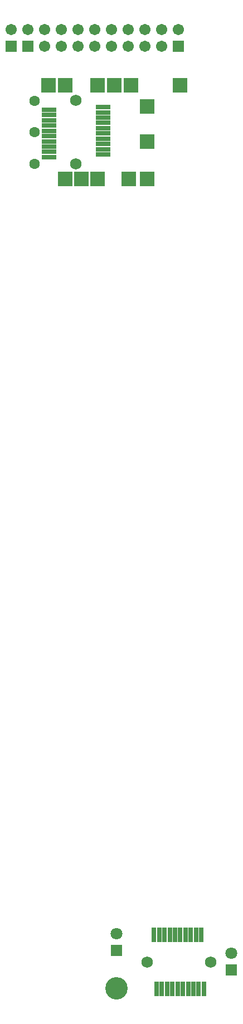
<source format=gts>
G04 Layer_Color=8388736*
%FSAX25Y25*%
%MOIN*%
G70*
G01*
G75*
%ADD28R,0.02769X0.08674*%
%ADD29R,0.08674X0.02769*%
%ADD30C,0.06706*%
%ADD31R,0.06706X0.06706*%
%ADD32R,0.06706X0.06706*%
%ADD33C,0.06902*%
%ADD34C,0.06312*%
%ADD35R,0.08674X0.08674*%
%ADD36R,0.07099X0.07099*%
%ADD37C,0.07099*%
%ADD38C,0.13398*%
D28*
X0869242Y0333090D02*
D03*
X0872392Y0333090D02*
D03*
X0875541D02*
D03*
X0878691Y0333090D02*
D03*
X0881841D02*
D03*
X0884990D02*
D03*
X0888140D02*
D03*
X0891289D02*
D03*
X0894439D02*
D03*
X0897589D02*
D03*
X0896014Y0365374D02*
D03*
X0892864D02*
D03*
X0889715D02*
D03*
X0886565D02*
D03*
X0883415D02*
D03*
X0880266D02*
D03*
X0877116D02*
D03*
X0867667D02*
D03*
X0873967Y0365374D02*
D03*
X0870817D02*
D03*
D29*
X0804891Y0858919D02*
D03*
X0804891Y0855769D02*
D03*
Y0852620D02*
D03*
X0804891Y0849470D02*
D03*
Y0846320D02*
D03*
Y0843171D02*
D03*
Y0840021D02*
D03*
Y0830573D02*
D03*
X0837175Y0832147D02*
D03*
Y0835297D02*
D03*
Y0838447D02*
D03*
Y0841596D02*
D03*
Y0844746D02*
D03*
Y0847895D02*
D03*
Y0851045D02*
D03*
X0837175Y0854194D02*
D03*
Y0857344D02*
D03*
X0837175Y0860494D02*
D03*
X0804891Y0836872D02*
D03*
Y0833722D02*
D03*
D30*
X0882421Y0906713D02*
D03*
X0782421D02*
D03*
X0872421D02*
D03*
X0862421D02*
D03*
X0852421D02*
D03*
X0842421D02*
D03*
X0832421D02*
D03*
X0822421D02*
D03*
X0812421D02*
D03*
X0802421D02*
D03*
X0792421D02*
D03*
X0872421Y0896712D02*
D03*
X0862421D02*
D03*
X0852421D02*
D03*
X0842421D02*
D03*
X0832421D02*
D03*
X0822421D02*
D03*
X0812421D02*
D03*
X0802421D02*
D03*
D31*
X0882421D02*
D03*
X0782421D02*
D03*
D32*
X0792421D02*
D03*
D33*
X0863632Y0349035D02*
D03*
X0901525Y0349232D02*
D03*
X0820836Y0864529D02*
D03*
X0821033Y0826635D02*
D03*
D34*
X0796281Y0845381D02*
D03*
Y0864283D02*
D03*
Y0826483D02*
D03*
D35*
X0814481Y0817383D02*
D03*
X0804581Y0873483D02*
D03*
X0814481D02*
D03*
X0834081D02*
D03*
X0843981D02*
D03*
X0883381D02*
D03*
X0863681Y0860983D02*
D03*
Y0839783D02*
D03*
X0852581Y0817383D02*
D03*
X0834081D02*
D03*
X0863681D02*
D03*
X0824281D02*
D03*
X0853824Y0873483D02*
D03*
D36*
X0845177Y0356319D02*
D03*
X0913878Y0344547D02*
D03*
D37*
X0845177Y0366319D02*
D03*
X0913878Y0354547D02*
D03*
D38*
X0845177Y0333484D02*
D03*
M02*

</source>
